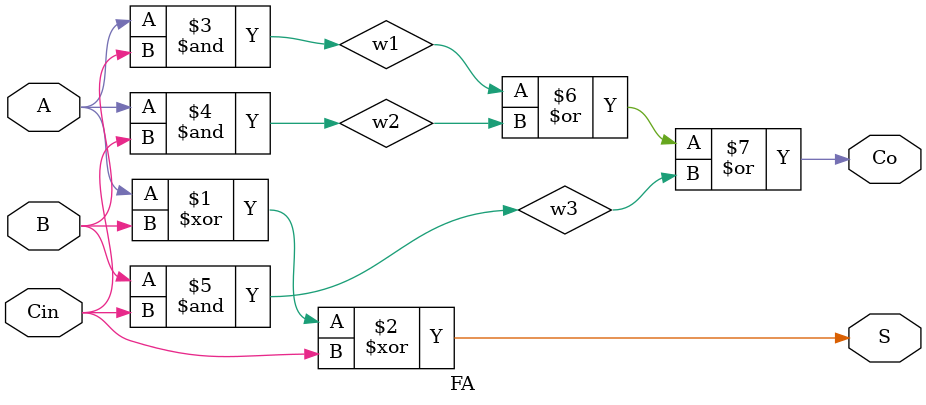
<source format=v>
module RCA_S(A,B,Cin,M,S,Co);
  input [3:0] A,B;
  input Cin;
  input M;
  output [3:0] S;
  output Co;
  wire C0,C1,C2;
  wire x0,x1,x2,x3;
  
  xor(x0,B[0],M);
  xor(x1,B[1],M);
  xor(x2,B[2],M);
  xor(x3,B[3],M);
  
  FA F1(A[0],x0,M,S[0],C0);
  FA F2(A[1],x1,C0,S[1],C1);
  FA F3(A[2],x2,C1,S[2],C2);
  FA F4(A[3],x3,C2,S[3],Co);
endmodule

module FA(A,B,Cin,S,Co);
  input A,B,Cin;
  output S,Co;
  wire w1,w2,w3;
  
  xor(S,A,B,Cin);
  and(w1,A,B);
  and(w2,A,Cin);
  and(w3,B,Cin);
  or(Co,w1,w2,w3);
endmodule
</source>
